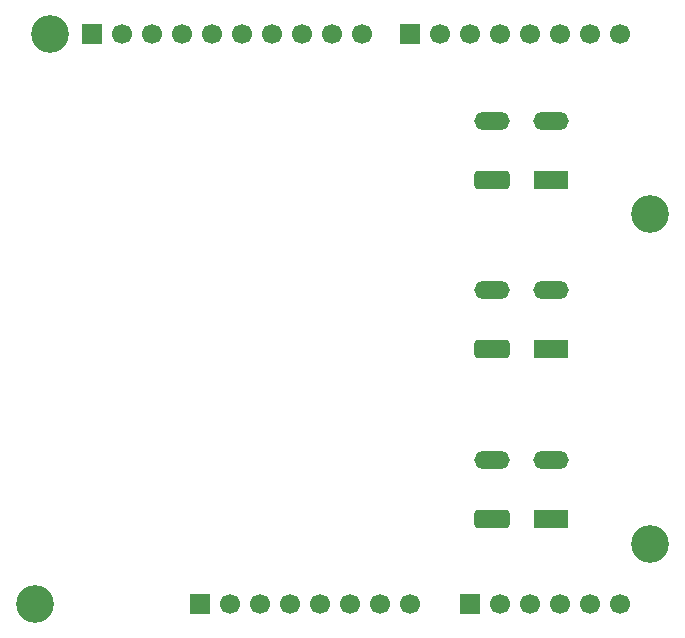
<source format=gbr>
%TF.GenerationSoftware,KiCad,Pcbnew,9.0.6+1*%
%TF.CreationDate,2025-12-14T17:38:49+00:00*%
%TF.ProjectId,dreh_shield,64726568-5f73-4686-9965-6c642e6b6963,0.1*%
%TF.SameCoordinates,Original*%
%TF.FileFunction,Soldermask,Bot*%
%TF.FilePolarity,Negative*%
%FSLAX46Y46*%
G04 Gerber Fmt 4.6, Leading zero omitted, Abs format (unit mm)*
G04 Created by KiCad (PCBNEW 9.0.6+1) date 2025-12-14 17:38:49*
%MOMM*%
%LPD*%
G01*
G04 APERTURE LIST*
G04 Aperture macros list*
%AMRoundRect*
0 Rectangle with rounded corners*
0 $1 Rounding radius*
0 $2 $3 $4 $5 $6 $7 $8 $9 X,Y pos of 4 corners*
0 Add a 4 corners polygon primitive as box body*
4,1,4,$2,$3,$4,$5,$6,$7,$8,$9,$2,$3,0*
0 Add four circle primitives for the rounded corners*
1,1,$1+$1,$2,$3*
1,1,$1+$1,$4,$5*
1,1,$1+$1,$6,$7*
1,1,$1+$1,$8,$9*
0 Add four rect primitives between the rounded corners*
20,1,$1+$1,$2,$3,$4,$5,0*
20,1,$1+$1,$4,$5,$6,$7,0*
20,1,$1+$1,$6,$7,$8,$9,0*
20,1,$1+$1,$8,$9,$2,$3,0*%
G04 Aperture macros list end*
%ADD10R,1.700000X1.700000*%
%ADD11C,1.700000*%
%ADD12RoundRect,0.250001X1.249999X-0.499999X1.249999X0.499999X-1.249999X0.499999X-1.249999X-0.499999X0*%
%ADD13R,3.000000X1.500000*%
%ADD14O,3.000000X1.500000*%
%ADD15C,3.200000*%
G04 APERTURE END LIST*
D10*
%TO.C,J1*%
X127940000Y-97460000D03*
D11*
X130480000Y-97460000D03*
X133020000Y-97460000D03*
X135560000Y-97460000D03*
X138100000Y-97460000D03*
X140640000Y-97460000D03*
X143180000Y-97460000D03*
X145720000Y-97460000D03*
%TD*%
D10*
%TO.C,J3*%
X150800000Y-97460000D03*
D11*
X153340000Y-97460000D03*
X155880000Y-97460000D03*
X158420000Y-97460000D03*
X160960000Y-97460000D03*
X163500000Y-97460000D03*
%TD*%
D10*
%TO.C,J2*%
X118796000Y-49200000D03*
D11*
X121336000Y-49200000D03*
X123876000Y-49200000D03*
X126416000Y-49200000D03*
X128956000Y-49200000D03*
X131496000Y-49200000D03*
X134036000Y-49200000D03*
X136576000Y-49200000D03*
X139116000Y-49200000D03*
X141656000Y-49200000D03*
%TD*%
D10*
%TO.C,J4*%
X145720000Y-49200000D03*
D11*
X148260000Y-49200000D03*
X150800000Y-49200000D03*
X153340000Y-49200000D03*
X155880000Y-49200000D03*
X158420000Y-49200000D03*
X160960000Y-49200000D03*
X163500000Y-49200000D03*
%TD*%
D12*
%TO.C,J103*%
X152617500Y-61550000D03*
D13*
X157617500Y-61550000D03*
D14*
X152617500Y-56550000D03*
X157617500Y-56550000D03*
%TD*%
D12*
%TO.C,J102*%
X152617500Y-75900000D03*
D13*
X157617500Y-75900000D03*
D14*
X152617500Y-70900000D03*
X157617500Y-70900000D03*
%TD*%
D12*
%TO.C,J101*%
X152617500Y-90250000D03*
D13*
X157617500Y-90250000D03*
D14*
X152617500Y-85250000D03*
X157617500Y-85250000D03*
%TD*%
D15*
%TO.C,MH1*%
X115240000Y-49200000D03*
%TD*%
%TO.C,MH2*%
X113970000Y-97460000D03*
%TD*%
%TO.C,MH3*%
X166040000Y-64440000D03*
%TD*%
%TO.C,MH4*%
X166040000Y-92380000D03*
%TD*%
M02*

</source>
